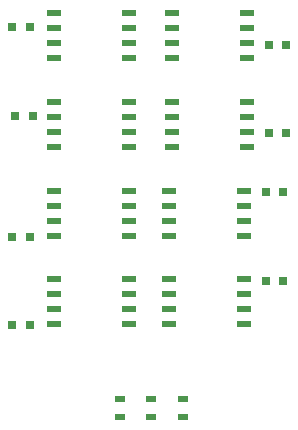
<source format=gbr>
G04 #@! TF.FileFunction,Paste,Bot*
%FSLAX46Y46*%
G04 Gerber Fmt 4.6, Leading zero omitted, Abs format (unit mm)*
G04 Created by KiCad (PCBNEW 4.0.4-stable) date Wednesday, 26 April 2017 'PMt' 10:40:54 PM*
%MOMM*%
%LPD*%
G01*
G04 APERTURE LIST*
%ADD10C,0.100000*%
%ADD11R,1.143000X0.508000*%
%ADD12R,0.800000X0.750000*%
%ADD13R,0.900000X0.500000*%
G04 APERTURE END LIST*
D10*
D11*
X78925000Y-95905000D03*
X78925000Y-94635000D03*
X78925000Y-93365000D03*
X78925000Y-92095000D03*
X72575000Y-92095000D03*
X72575000Y-93365000D03*
X72575000Y-94635000D03*
X72575000Y-95905000D03*
X78925000Y-88405000D03*
X78925000Y-87135000D03*
X78925000Y-85865000D03*
X78925000Y-84595000D03*
X72575000Y-84595000D03*
X72575000Y-85865000D03*
X72575000Y-87135000D03*
X72575000Y-88405000D03*
X79175000Y-80905000D03*
X79175000Y-79635000D03*
X79175000Y-78365000D03*
X79175000Y-77095000D03*
X72825000Y-77095000D03*
X72825000Y-78365000D03*
X72825000Y-79635000D03*
X72825000Y-80905000D03*
X79175000Y-73405000D03*
X79175000Y-72135000D03*
X79175000Y-70865000D03*
X79175000Y-69595000D03*
X72825000Y-69595000D03*
X72825000Y-70865000D03*
X72825000Y-72135000D03*
X72825000Y-73405000D03*
X62825000Y-69595000D03*
X62825000Y-70865000D03*
X62825000Y-72135000D03*
X62825000Y-73405000D03*
X69175000Y-73405000D03*
X69175000Y-72135000D03*
X69175000Y-70865000D03*
X69175000Y-69595000D03*
X62825000Y-77095000D03*
X62825000Y-78365000D03*
X62825000Y-79635000D03*
X62825000Y-80905000D03*
X69175000Y-80905000D03*
X69175000Y-79635000D03*
X69175000Y-78365000D03*
X69175000Y-77095000D03*
X62825000Y-84595000D03*
X62825000Y-85865000D03*
X62825000Y-87135000D03*
X62825000Y-88405000D03*
X69175000Y-88405000D03*
X69175000Y-87135000D03*
X69175000Y-85865000D03*
X69175000Y-84595000D03*
X62825000Y-92095000D03*
X62825000Y-93365000D03*
X62825000Y-94635000D03*
X62825000Y-95905000D03*
X69175000Y-95905000D03*
X69175000Y-94635000D03*
X69175000Y-93365000D03*
X69175000Y-92095000D03*
D12*
X80750000Y-92250000D03*
X82250000Y-92250000D03*
X80750000Y-84750000D03*
X82250000Y-84750000D03*
X81000000Y-79750000D03*
X82500000Y-79750000D03*
X81000000Y-72250000D03*
X82500000Y-72250000D03*
X60750000Y-70750000D03*
X59250000Y-70750000D03*
X61000000Y-78250000D03*
X59500000Y-78250000D03*
X60750000Y-88500000D03*
X59250000Y-88500000D03*
X60750000Y-96000000D03*
X59250000Y-96000000D03*
D13*
X73750000Y-102250000D03*
X73750000Y-103750000D03*
X71000000Y-102250000D03*
X71000000Y-103750000D03*
X68400000Y-102250000D03*
X68400000Y-103750000D03*
M02*

</source>
